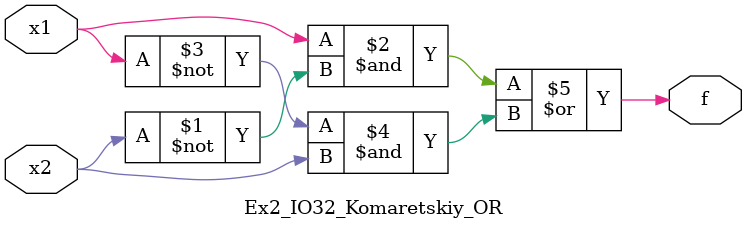
<source format=v>
module Ex2_IO32_Komaretskiy_OR(x1,x2,f);
  input x1,x2;
  output f;
  assign f = ( x1 & ~x2 )|( ~x1 & x2 );
endmodule
</source>
